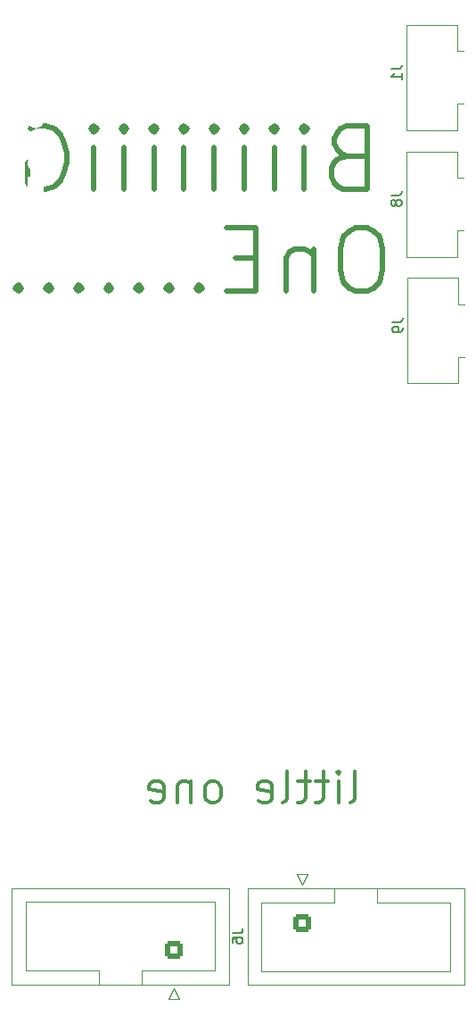
<source format=gbo>
%TF.GenerationSoftware,KiCad,Pcbnew,6.0.2+dfsg-1~bpo11+1*%
%TF.CreationDate,2022-05-04T11:35:56-04:00*%
%TF.ProjectId,eurorack_to_3v3,6575726f-7261-4636-9b5f-746f5f337633,1*%
%TF.SameCoordinates,Original*%
%TF.FileFunction,Legend,Bot*%
%TF.FilePolarity,Positive*%
%FSLAX46Y46*%
G04 Gerber Fmt 4.6, Leading zero omitted, Abs format (unit mm)*
G04 Created by KiCad (PCBNEW 6.0.2+dfsg-1~bpo11+1) date 2022-05-04 11:35:56*
%MOMM*%
%LPD*%
G01*
G04 APERTURE LIST*
G04 Aperture macros list*
%AMRoundRect*
0 Rectangle with rounded corners*
0 $1 Rounding radius*
0 $2 $3 $4 $5 $6 $7 $8 $9 X,Y pos of 4 corners*
0 Add a 4 corners polygon primitive as box body*
4,1,4,$2,$3,$4,$5,$6,$7,$8,$9,$2,$3,0*
0 Add four circle primitives for the rounded corners*
1,1,$1+$1,$2,$3*
1,1,$1+$1,$4,$5*
1,1,$1+$1,$6,$7*
1,1,$1+$1,$8,$9*
0 Add four rect primitives between the rounded corners*
20,1,$1+$1,$2,$3,$4,$5,0*
20,1,$1+$1,$4,$5,$6,$7,0*
20,1,$1+$1,$6,$7,$8,$9,0*
20,1,$1+$1,$8,$9,$2,$3,0*%
G04 Aperture macros list end*
%ADD10C,0.500000*%
%ADD11C,0.350000*%
%ADD12C,0.150000*%
%ADD13C,0.120000*%
%ADD14R,1.524000X1.524000*%
%ADD15C,1.524000*%
%ADD16C,3.500000*%
%ADD17RoundRect,0.250000X0.600000X-0.600000X0.600000X0.600000X-0.600000X0.600000X-0.600000X-0.600000X0*%
%ADD18C,1.700000*%
%ADD19RoundRect,0.250000X-0.600000X0.600000X-0.600000X-0.600000X0.600000X-0.600000X0.600000X0.600000X0*%
G04 APERTURE END LIST*
D10*
X146100000Y-53941428D02*
X145242857Y-54227142D01*
X144957142Y-54512857D01*
X144671428Y-55084285D01*
X144671428Y-55941428D01*
X144957142Y-56512857D01*
X145242857Y-56798571D01*
X145814285Y-57084285D01*
X148100000Y-57084285D01*
X148100000Y-51084285D01*
X146100000Y-51084285D01*
X145528571Y-51370000D01*
X145242857Y-51655714D01*
X144957142Y-52227142D01*
X144957142Y-52798571D01*
X145242857Y-53370000D01*
X145528571Y-53655714D01*
X146100000Y-53941428D01*
X148100000Y-53941428D01*
X142100000Y-57084285D02*
X142100000Y-53084285D01*
X142100000Y-51084285D02*
X142385714Y-51370000D01*
X142100000Y-51655714D01*
X141814285Y-51370000D01*
X142100000Y-51084285D01*
X142100000Y-51655714D01*
X139242857Y-57084285D02*
X139242857Y-53084285D01*
X139242857Y-51084285D02*
X139528571Y-51370000D01*
X139242857Y-51655714D01*
X138957142Y-51370000D01*
X139242857Y-51084285D01*
X139242857Y-51655714D01*
X136385714Y-57084285D02*
X136385714Y-53084285D01*
X136385714Y-51084285D02*
X136671428Y-51370000D01*
X136385714Y-51655714D01*
X136100000Y-51370000D01*
X136385714Y-51084285D01*
X136385714Y-51655714D01*
X133528571Y-57084285D02*
X133528571Y-53084285D01*
X133528571Y-51084285D02*
X133814285Y-51370000D01*
X133528571Y-51655714D01*
X133242857Y-51370000D01*
X133528571Y-51084285D01*
X133528571Y-51655714D01*
X130671428Y-57084285D02*
X130671428Y-53084285D01*
X130671428Y-51084285D02*
X130957142Y-51370000D01*
X130671428Y-51655714D01*
X130385714Y-51370000D01*
X130671428Y-51084285D01*
X130671428Y-51655714D01*
X127814285Y-57084285D02*
X127814285Y-53084285D01*
X127814285Y-51084285D02*
X128100000Y-51370000D01*
X127814285Y-51655714D01*
X127528571Y-51370000D01*
X127814285Y-51084285D01*
X127814285Y-51655714D01*
X124957142Y-57084285D02*
X124957142Y-53084285D01*
X124957142Y-51084285D02*
X125242857Y-51370000D01*
X124957142Y-51655714D01*
X124671428Y-51370000D01*
X124957142Y-51084285D01*
X124957142Y-51655714D01*
X122100000Y-57084285D02*
X122100000Y-53084285D01*
X122100000Y-51084285D02*
X122385714Y-51370000D01*
X122100000Y-51655714D01*
X121814285Y-51370000D01*
X122100000Y-51084285D01*
X122100000Y-51655714D01*
X116100000Y-51370000D02*
X116671428Y-51084285D01*
X117528571Y-51084285D01*
X118385714Y-51370000D01*
X118957142Y-51941428D01*
X119242857Y-52512857D01*
X119528571Y-53655714D01*
X119528571Y-54512857D01*
X119242857Y-55655714D01*
X118957142Y-56227142D01*
X118385714Y-56798571D01*
X117528571Y-57084285D01*
X116957142Y-57084285D01*
X116100000Y-56798571D01*
X115814285Y-56512857D01*
X115814285Y-54512857D01*
X116957142Y-54512857D01*
X148100000Y-60744285D02*
X146957142Y-60744285D01*
X146385714Y-61030000D01*
X145814285Y-61601428D01*
X145528571Y-62744285D01*
X145528571Y-64744285D01*
X145814285Y-65887142D01*
X146385714Y-66458571D01*
X146957142Y-66744285D01*
X148100000Y-66744285D01*
X148671428Y-66458571D01*
X149242857Y-65887142D01*
X149528571Y-64744285D01*
X149528571Y-62744285D01*
X149242857Y-61601428D01*
X148671428Y-61030000D01*
X148100000Y-60744285D01*
X142957142Y-62744285D02*
X142957142Y-66744285D01*
X142957142Y-63315714D02*
X142671428Y-63030000D01*
X142100000Y-62744285D01*
X141242857Y-62744285D01*
X140671428Y-63030000D01*
X140385714Y-63601428D01*
X140385714Y-66744285D01*
X137528571Y-63601428D02*
X135528571Y-63601428D01*
X134671428Y-66744285D02*
X137528571Y-66744285D01*
X137528571Y-60744285D01*
X134671428Y-60744285D01*
X132100000Y-66172857D02*
X131814285Y-66458571D01*
X132100000Y-66744285D01*
X132385714Y-66458571D01*
X132100000Y-66172857D01*
X132100000Y-66744285D01*
X129242857Y-66172857D02*
X128957142Y-66458571D01*
X129242857Y-66744285D01*
X129528571Y-66458571D01*
X129242857Y-66172857D01*
X129242857Y-66744285D01*
X126385714Y-66172857D02*
X126100000Y-66458571D01*
X126385714Y-66744285D01*
X126671428Y-66458571D01*
X126385714Y-66172857D01*
X126385714Y-66744285D01*
X123528571Y-66172857D02*
X123242857Y-66458571D01*
X123528571Y-66744285D01*
X123814285Y-66458571D01*
X123528571Y-66172857D01*
X123528571Y-66744285D01*
X120671428Y-66172857D02*
X120385714Y-66458571D01*
X120671428Y-66744285D01*
X120957142Y-66458571D01*
X120671428Y-66172857D01*
X120671428Y-66744285D01*
X117814285Y-66172857D02*
X117528571Y-66458571D01*
X117814285Y-66744285D01*
X118100000Y-66458571D01*
X117814285Y-66172857D01*
X117814285Y-66744285D01*
X114957142Y-66172857D02*
X114671428Y-66458571D01*
X114957142Y-66744285D01*
X115242857Y-66458571D01*
X114957142Y-66172857D01*
X114957142Y-66744285D01*
D11*
X146485714Y-115257142D02*
X146771428Y-115114285D01*
X146914285Y-114828571D01*
X146914285Y-112257142D01*
X145342857Y-115257142D02*
X145342857Y-113257142D01*
X145342857Y-112257142D02*
X145485714Y-112400000D01*
X145342857Y-112542857D01*
X145200000Y-112400000D01*
X145342857Y-112257142D01*
X145342857Y-112542857D01*
X144342857Y-113257142D02*
X143200000Y-113257142D01*
X143914285Y-112257142D02*
X143914285Y-114828571D01*
X143771428Y-115114285D01*
X143485714Y-115257142D01*
X143200000Y-115257142D01*
X142628571Y-113257142D02*
X141485714Y-113257142D01*
X142200000Y-112257142D02*
X142200000Y-114828571D01*
X142057142Y-115114285D01*
X141771428Y-115257142D01*
X141485714Y-115257142D01*
X140057142Y-115257142D02*
X140342857Y-115114285D01*
X140485714Y-114828571D01*
X140485714Y-112257142D01*
X137771428Y-115114285D02*
X138057142Y-115257142D01*
X138628571Y-115257142D01*
X138914285Y-115114285D01*
X139057142Y-114828571D01*
X139057142Y-113685714D01*
X138914285Y-113400000D01*
X138628571Y-113257142D01*
X138057142Y-113257142D01*
X137771428Y-113400000D01*
X137628571Y-113685714D01*
X137628571Y-113971428D01*
X139057142Y-114257142D01*
X133628571Y-115257142D02*
X133914285Y-115114285D01*
X134057142Y-114971428D01*
X134200000Y-114685714D01*
X134200000Y-113828571D01*
X134057142Y-113542857D01*
X133914285Y-113400000D01*
X133628571Y-113257142D01*
X133200000Y-113257142D01*
X132914285Y-113400000D01*
X132771428Y-113542857D01*
X132628571Y-113828571D01*
X132628571Y-114685714D01*
X132771428Y-114971428D01*
X132914285Y-115114285D01*
X133200000Y-115257142D01*
X133628571Y-115257142D01*
X131342857Y-113257142D02*
X131342857Y-115257142D01*
X131342857Y-113542857D02*
X131200000Y-113400000D01*
X130914285Y-113257142D01*
X130485714Y-113257142D01*
X130200000Y-113400000D01*
X130057142Y-113685714D01*
X130057142Y-115257142D01*
X127485714Y-115114285D02*
X127771428Y-115257142D01*
X128342857Y-115257142D01*
X128628571Y-115114285D01*
X128771428Y-114828571D01*
X128771428Y-113685714D01*
X128628571Y-113400000D01*
X128342857Y-113257142D01*
X127771428Y-113257142D01*
X127485714Y-113400000D01*
X127342857Y-113685714D01*
X127342857Y-113971428D01*
X128771428Y-114257142D01*
D12*
%TO.C,J1*%
X150352380Y-45666666D02*
X151066666Y-45666666D01*
X151209523Y-45619047D01*
X151304761Y-45523809D01*
X151352380Y-45380952D01*
X151352380Y-45285714D01*
X151352380Y-46666666D02*
X151352380Y-46095238D01*
X151352380Y-46380952D02*
X150352380Y-46380952D01*
X150495238Y-46285714D01*
X150590476Y-46190476D01*
X150638095Y-46095238D01*
%TO.C,J8*%
X150352380Y-57666666D02*
X151066666Y-57666666D01*
X151209523Y-57619047D01*
X151304761Y-57523809D01*
X151352380Y-57380952D01*
X151352380Y-57285714D01*
X150780952Y-58285714D02*
X150733333Y-58190476D01*
X150685714Y-58142857D01*
X150590476Y-58095238D01*
X150542857Y-58095238D01*
X150447619Y-58142857D01*
X150400000Y-58190476D01*
X150352380Y-58285714D01*
X150352380Y-58476190D01*
X150400000Y-58571428D01*
X150447619Y-58619047D01*
X150542857Y-58666666D01*
X150590476Y-58666666D01*
X150685714Y-58619047D01*
X150733333Y-58571428D01*
X150780952Y-58476190D01*
X150780952Y-58285714D01*
X150828571Y-58190476D01*
X150876190Y-58142857D01*
X150971428Y-58095238D01*
X151161904Y-58095238D01*
X151257142Y-58142857D01*
X151304761Y-58190476D01*
X151352380Y-58285714D01*
X151352380Y-58476190D01*
X151304761Y-58571428D01*
X151257142Y-58619047D01*
X151161904Y-58666666D01*
X150971428Y-58666666D01*
X150876190Y-58619047D01*
X150828571Y-58571428D01*
X150780952Y-58476190D01*
%TO.C,J9*%
X150452380Y-69666666D02*
X151166666Y-69666666D01*
X151309523Y-69619047D01*
X151404761Y-69523809D01*
X151452380Y-69380952D01*
X151452380Y-69285714D01*
X151452380Y-70190476D02*
X151452380Y-70380952D01*
X151404761Y-70476190D01*
X151357142Y-70523809D01*
X151214285Y-70619047D01*
X151023809Y-70666666D01*
X150642857Y-70666666D01*
X150547619Y-70619047D01*
X150500000Y-70571428D01*
X150452380Y-70476190D01*
X150452380Y-70285714D01*
X150500000Y-70190476D01*
X150547619Y-70142857D01*
X150642857Y-70095238D01*
X150880952Y-70095238D01*
X150976190Y-70142857D01*
X151023809Y-70190476D01*
X151071428Y-70285714D01*
X151071428Y-70476190D01*
X151023809Y-70571428D01*
X150976190Y-70619047D01*
X150880952Y-70666666D01*
%TO.C,J5*%
X135252380Y-127596666D02*
X135966666Y-127596666D01*
X136109523Y-127549047D01*
X136204761Y-127453809D01*
X136252380Y-127310952D01*
X136252380Y-127215714D01*
X135252380Y-128549047D02*
X135252380Y-128072857D01*
X135728571Y-128025238D01*
X135680952Y-128072857D01*
X135633333Y-128168095D01*
X135633333Y-128406190D01*
X135680952Y-128501428D01*
X135728571Y-128549047D01*
X135823809Y-128596666D01*
X136061904Y-128596666D01*
X136157142Y-128549047D01*
X136204761Y-128501428D01*
X136252380Y-128406190D01*
X136252380Y-128168095D01*
X136204761Y-128072857D01*
X136157142Y-128025238D01*
%TO.C,J6*%
X135252380Y-127636666D02*
X135966666Y-127636666D01*
X136109523Y-127589047D01*
X136204761Y-127493809D01*
X136252380Y-127350952D01*
X136252380Y-127255714D01*
X135252380Y-128541428D02*
X135252380Y-128350952D01*
X135300000Y-128255714D01*
X135347619Y-128208095D01*
X135490476Y-128112857D01*
X135680952Y-128065238D01*
X136061904Y-128065238D01*
X136157142Y-128112857D01*
X136204761Y-128160476D01*
X136252380Y-128255714D01*
X136252380Y-128446190D01*
X136204761Y-128541428D01*
X136157142Y-128589047D01*
X136061904Y-128636666D01*
X135823809Y-128636666D01*
X135728571Y-128589047D01*
X135680952Y-128541428D01*
X135633333Y-128446190D01*
X135633333Y-128255714D01*
X135680952Y-128160476D01*
X135728571Y-128112857D01*
X135823809Y-128065238D01*
D13*
%TO.C,J1*%
X156600000Y-41500000D02*
X151800000Y-41500000D01*
X156600000Y-44000000D02*
X156600000Y-41500000D01*
X156600000Y-51500000D02*
X151800000Y-51500000D01*
X157200000Y-44000000D02*
X156600000Y-44000000D01*
X156600000Y-51500000D02*
X156600000Y-49000000D01*
X151800000Y-51500000D02*
X151800000Y-41500000D01*
X156600000Y-49000000D02*
X157200000Y-49000000D01*
%TO.C,J8*%
X156600000Y-53500000D02*
X151800000Y-53500000D01*
X156600000Y-56000000D02*
X156600000Y-53500000D01*
X156600000Y-61000000D02*
X157200000Y-61000000D01*
X157200000Y-56000000D02*
X156600000Y-56000000D01*
X156600000Y-63500000D02*
X156600000Y-61000000D01*
X156600000Y-63500000D02*
X151800000Y-63500000D01*
X151800000Y-63500000D02*
X151800000Y-53500000D01*
%TO.C,J9*%
X157300000Y-68000000D02*
X156700000Y-68000000D01*
X156700000Y-75500000D02*
X151900000Y-75500000D01*
X156700000Y-68000000D02*
X156700000Y-65500000D01*
X156700000Y-75500000D02*
X156700000Y-73000000D01*
X156700000Y-73000000D02*
X157300000Y-73000000D01*
X156700000Y-65500000D02*
X151900000Y-65500000D01*
X151900000Y-75500000D02*
X151900000Y-65500000D01*
%TO.C,J5*%
X129700000Y-132880000D02*
X130200000Y-133880000D01*
X115630000Y-131180000D02*
X122570000Y-131180000D01*
X114330000Y-123370000D02*
X114330000Y-132490000D01*
X134910000Y-123370000D02*
X114330000Y-123370000D01*
X134910000Y-132490000D02*
X134910000Y-123370000D01*
X126670000Y-131180000D02*
X133610000Y-131180000D01*
X133610000Y-124680000D02*
X115630000Y-124680000D01*
X114330000Y-132490000D02*
X134910000Y-132490000D01*
X129200000Y-133880000D02*
X129700000Y-132880000D01*
X133610000Y-131180000D02*
X133610000Y-124680000D01*
X122570000Y-131180000D02*
X122570000Y-132490000D01*
X126670000Y-132490000D02*
X126670000Y-131180000D01*
X115630000Y-124680000D02*
X115630000Y-131180000D01*
X130200000Y-133880000D02*
X129200000Y-133880000D01*
X122570000Y-131180000D02*
X122570000Y-131180000D01*
%TO.C,J6*%
X141900000Y-123020000D02*
X141400000Y-122020000D01*
X144930000Y-123410000D02*
X144930000Y-124720000D01*
X142400000Y-122020000D02*
X141900000Y-123020000D01*
X136690000Y-132530000D02*
X157270000Y-132530000D01*
X149030000Y-124720000D02*
X149030000Y-123410000D01*
X157270000Y-132530000D02*
X157270000Y-123410000D01*
X155970000Y-131220000D02*
X155970000Y-124720000D01*
X141400000Y-122020000D02*
X142400000Y-122020000D01*
X137990000Y-131220000D02*
X155970000Y-131220000D01*
X136690000Y-123410000D02*
X136690000Y-132530000D01*
X155970000Y-124720000D02*
X149030000Y-124720000D01*
X149030000Y-124720000D02*
X149030000Y-124720000D01*
X137990000Y-124720000D02*
X137990000Y-131220000D01*
X157270000Y-123410000D02*
X136690000Y-123410000D01*
X144930000Y-124720000D02*
X137990000Y-124720000D01*
%TD*%
%LPC*%
D14*
%TO.C,J2*%
X116600000Y-67832000D03*
D15*
X116600000Y-65800000D03*
X116600000Y-63800000D03*
X116600000Y-61800000D03*
%TD*%
D14*
%TO.C,J3*%
X116600000Y-56632000D03*
D15*
X116600000Y-54600000D03*
X116600000Y-52600000D03*
X116600000Y-50600000D03*
%TD*%
D14*
%TO.C,J4*%
X116600000Y-91532000D03*
D15*
X116600000Y-89500000D03*
X116600000Y-87500000D03*
X116600000Y-85500000D03*
%TD*%
D14*
%TO.C,J7*%
X116600000Y-79732000D03*
D15*
X116600000Y-77700000D03*
X116600000Y-75700000D03*
X116600000Y-73700000D03*
%TD*%
D16*
%TO.C,H1*%
X116400000Y-43400000D03*
%TD*%
%TO.C,H2*%
X146900000Y-82000000D03*
%TD*%
%TO.C,H3*%
X117000000Y-109900000D03*
%TD*%
D14*
%TO.C,J1*%
X154200000Y-49532000D03*
D15*
X154200000Y-47500000D03*
X154200000Y-45500000D03*
X154200000Y-43500000D03*
%TD*%
D14*
%TO.C,J8*%
X154200000Y-61532000D03*
D15*
X154200000Y-59500000D03*
X154200000Y-57500000D03*
X154200000Y-55500000D03*
%TD*%
D14*
%TO.C,J9*%
X154300000Y-73532000D03*
D15*
X154300000Y-71500000D03*
X154300000Y-69500000D03*
X154300000Y-67500000D03*
%TD*%
D17*
%TO.C,J5*%
X129700000Y-129200000D03*
D18*
X129700000Y-126660000D03*
X127160000Y-129200000D03*
X127160000Y-126660000D03*
X124620000Y-129200000D03*
X124620000Y-126660000D03*
X122080000Y-129200000D03*
X122080000Y-126660000D03*
X119540000Y-129200000D03*
X119540000Y-126660000D03*
%TD*%
D19*
%TO.C,J6*%
X141900000Y-126700000D03*
D18*
X141900000Y-129240000D03*
X144440000Y-126700000D03*
X144440000Y-129240000D03*
X146980000Y-126700000D03*
X146980000Y-129240000D03*
X149520000Y-126700000D03*
X149520000Y-129240000D03*
X152060000Y-126700000D03*
X152060000Y-129240000D03*
%TD*%
M02*

</source>
